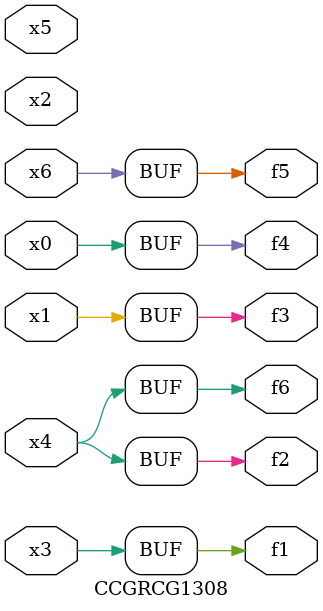
<source format=v>
module CCGRCG1308(
	input x0, x1, x2, x3, x4, x5, x6,
	output f1, f2, f3, f4, f5, f6
);
	assign f1 = x3;
	assign f2 = x4;
	assign f3 = x1;
	assign f4 = x0;
	assign f5 = x6;
	assign f6 = x4;
endmodule

</source>
